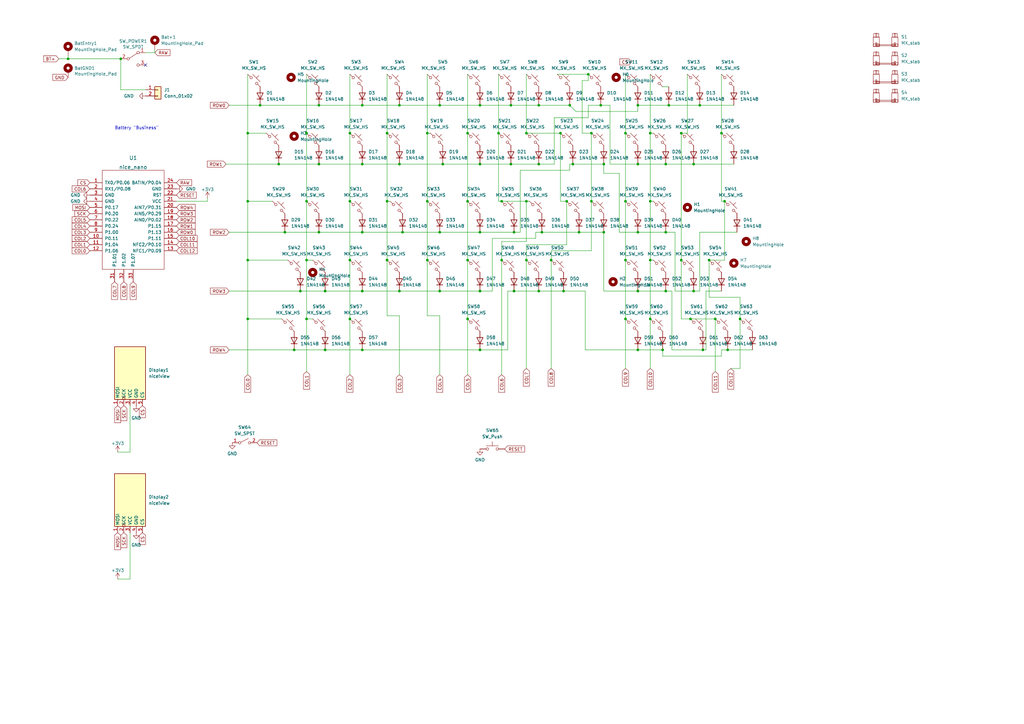
<source format=kicad_sch>
(kicad_sch (version 20211123) (generator eeschema)
  (paper "A3")
  (junction (at 234.95 67.31))
  (junction (at 196.85 119.38))
  (junction (at 158.75 106.68))
  (junction (at 284.48 119.38))
  (junction (at 148.59 119.38))
  (junction (at 266.7 54.61))
  (junction (at 293.37 130.81))
  (junction (at 297.18 82.55))
  (junction (at 215.9 82.55))
  (junction (at 210.82 95.25))
  (junction (at 271.78 143.51))
  (junction (at 256.54 130.81))
  (junction (at 130.81 43.18))
  (junction (at 196.85 95.25))
  (junction (at 209.55 43.18))
  (junction (at 191.77 130.81))
  (junction (at 101.6 130.81))
  (junction (at 148.59 43.18))
  (junction (at 283.21 130.81))
  (junction (at 261.62 119.38))
  (junction (at 290.83 106.68))
  (junction (at 191.77 106.68))
  (junction (at 229.87 54.61))
  (junction (at 261.62 67.31))
  (junction (at 215.9 54.61))
  (junction (at 226.06 106.68))
  (junction (at 241.3 30.48))
  (junction (at 215.9 106.68))
  (junction (at 233.68 43.18))
  (junction (at 125.73 82.55))
  (junction (at 273.05 67.31))
  (junction (at 284.48 67.31))
  (junction (at 256.54 82.55))
  (junction (at 163.83 43.18))
  (junction (at 148.59 95.25))
  (junction (at 209.55 67.31))
  (junction (at 101.6 106.68))
  (junction (at 125.73 130.81))
  (junction (at 27.94 24.13))
  (junction (at 130.81 95.25))
  (junction (at 295.91 54.61))
  (junction (at 247.65 67.31))
  (junction (at 180.34 43.18))
  (junction (at 175.26 54.61))
  (junction (at 191.77 82.55))
  (junction (at 210.82 119.38))
  (junction (at 266.7 106.68))
  (junction (at 148.59 143.51))
  (junction (at 130.81 67.31))
  (junction (at 220.98 43.18))
  (junction (at 123.19 119.38))
  (junction (at 287.02 43.18))
  (junction (at 273.05 95.25))
  (junction (at 165.1 95.25))
  (junction (at 220.98 119.38))
  (junction (at 181.61 67.31))
  (junction (at 279.4 106.68))
  (junction (at 196.85 67.31))
  (junction (at 303.53 130.81))
  (junction (at 242.57 82.55))
  (junction (at 158.75 82.55))
  (junction (at 175.26 82.55))
  (junction (at 163.83 119.38))
  (junction (at 288.29 143.51))
  (junction (at 273.05 119.38))
  (junction (at 205.74 82.55))
  (junction (at 191.77 54.61))
  (junction (at 232.41 82.55))
  (junction (at 180.34 119.38))
  (junction (at 143.51 54.61))
  (junction (at 175.26 106.68))
  (junction (at 247.65 95.25))
  (junction (at 196.85 43.18))
  (junction (at 133.35 143.51))
  (junction (at 261.62 143.51))
  (junction (at 266.7 130.81))
  (junction (at 143.51 130.81))
  (junction (at 222.25 95.25))
  (junction (at 246.38 43.18))
  (junction (at 266.7 82.55))
  (junction (at 261.62 43.18))
  (junction (at 106.68 43.18))
  (junction (at 114.3 67.31))
  (junction (at 196.85 143.51))
  (junction (at 180.34 95.25))
  (junction (at 237.49 95.25))
  (junction (at 120.65 143.51))
  (junction (at 143.51 82.55))
  (junction (at 101.6 82.55))
  (junction (at 298.45 143.51))
  (junction (at 125.73 106.68))
  (junction (at 116.84 95.25))
  (junction (at 220.98 67.31))
  (junction (at 205.74 106.68))
  (junction (at 261.62 95.25))
  (junction (at 158.75 54.61))
  (junction (at 274.32 43.18))
  (junction (at 133.35 119.38))
  (junction (at 163.83 67.31))
  (junction (at 256.54 54.61))
  (junction (at 101.6 54.61))
  (junction (at 242.57 54.61))
  (junction (at 204.47 54.61))
  (junction (at 279.4 54.61))
  (junction (at 256.54 106.68))
  (junction (at 148.59 67.31))
  (junction (at 125.73 54.61))
  (junction (at 231.14 119.38))
  (junction (at 49.53 24.13))
  (junction (at 143.51 106.68))
  (no_connect (at 59.69 26.67))
  (wire (pts (xy 143.51 82.55) (xy 143.51 106.68)))
  (wire (pts (xy 226.06 102.87) (xy 226.06 106.68)))
  (wire (pts (xy 279.4 130.81) (xy 283.21 130.81)))
  (wire (pts (xy 290.83 121.92) (xy 303.53 121.92)))
  (wire (pts (xy 215.9 100.33) (xy 215.9 106.68)))
  (wire (pts (xy 101.6 130.81) (xy 101.6 153.67)))
  (wire (pts (xy 228.6 30.48) (xy 241.3 30.48)))
  (wire (pts (xy 241.3 43.18) (xy 246.38 43.18)))
  (wire (pts (xy 208.28 143.51) (xy 208.28 119.38)))
  (wire (pts (xy 254 71.12) (xy 254 95.25)))
  (wire (pts (xy 261.62 119.38) (xy 273.05 119.38)))
  (wire (pts (xy 222.25 95.25) (xy 237.49 95.25)))
  (wire (pts (xy 256.54 82.55) (xy 256.54 106.68)))
  (wire (pts (xy 220.98 119.38) (xy 231.14 119.38)))
  (wire (pts (xy 281.94 30.48) (xy 281.94 54.61)))
  (wire (pts (xy 220.98 43.18) (xy 233.68 43.18)))
  (wire (pts (xy 256.54 30.48) (xy 256.54 54.61)))
  (wire (pts (xy 128.27 130.81) (xy 125.73 130.81)))
  (wire (pts (xy 201.93 119.38) (xy 201.93 97.79)))
  (wire (pts (xy 247.65 67.31) (xy 247.65 71.12)))
  (wire (pts (xy 261.62 95.25) (xy 273.05 95.25)))
  (wire (pts (xy 208.28 119.38) (xy 210.82 119.38)))
  (wire (pts (xy 180.34 119.38) (xy 196.85 119.38)))
  (wire (pts (xy 163.83 67.31) (xy 181.61 67.31)))
  (wire (pts (xy 116.84 95.25) (xy 130.81 95.25)))
  (wire (pts (xy 220.98 67.31) (xy 209.55 67.31)))
  (wire (pts (xy 215.9 30.48) (xy 215.9 54.61)))
  (wire (pts (xy 298.45 143.51) (xy 308.61 143.51)))
  (wire (pts (xy 238.76 54.61) (xy 242.57 54.61)))
  (wire (pts (xy 133.35 143.51) (xy 148.59 143.51)))
  (wire (pts (xy 237.49 95.25) (xy 247.65 95.25)))
  (wire (pts (xy 217.17 82.55) (xy 215.9 82.55)))
  (wire (pts (xy 148.59 143.51) (xy 196.85 143.51)))
  (wire (pts (xy 213.36 95.25) (xy 213.36 69.85)))
  (wire (pts (xy 191.77 82.55) (xy 191.77 106.68)))
  (wire (pts (xy 27.94 24.13) (xy 27.94 22.86)))
  (wire (pts (xy 275.59 119.38) (xy 275.59 143.51)))
  (wire (pts (xy 92.71 67.31) (xy 114.3 67.31)))
  (wire (pts (xy 191.77 54.61) (xy 191.77 82.55)))
  (wire (pts (xy 227.33 67.31) (xy 227.33 48.26)))
  (wire (pts (xy 210.82 119.38) (xy 220.98 119.38)))
  (wire (pts (xy 106.68 43.18) (xy 93.98 43.18)))
  (wire (pts (xy 63.5 21.59) (xy 63.5 20.32)))
  (wire (pts (xy 241.3 30.48) (xy 241.3 33.02)))
  (wire (pts (xy 290.83 106.68) (xy 290.83 121.92)))
  (wire (pts (xy 266.7 54.61) (xy 267.97 54.61)))
  (wire (pts (xy 219.71 95.25) (xy 222.25 95.25)))
  (wire (pts (xy 295.91 82.55) (xy 297.18 82.55)))
  (wire (pts (xy 295.91 146.05) (xy 295.91 143.51)))
  (wire (pts (xy 215.9 99.06) (xy 205.74 99.06)))
  (wire (pts (xy 133.35 119.38) (xy 148.59 119.38)))
  (wire (pts (xy 240.03 119.38) (xy 240.03 143.51)))
  (wire (pts (xy 120.65 143.51) (xy 133.35 143.51)))
  (wire (pts (xy 246.38 43.18) (xy 250.19 43.18)))
  (wire (pts (xy 191.77 106.68) (xy 191.77 130.81)))
  (wire (pts (xy 143.51 130.81) (xy 143.51 106.68)))
  (wire (pts (xy 279.4 106.68) (xy 279.4 130.81)))
  (wire (pts (xy 180.34 43.18) (xy 196.85 43.18)))
  (wire (pts (xy 238.76 33.02) (xy 238.76 54.61)))
  (wire (pts (xy 241.3 33.02) (xy 238.76 33.02)))
  (wire (pts (xy 232.41 82.55) (xy 232.41 100.33)))
  (wire (pts (xy 93.98 95.25) (xy 116.84 95.25)))
  (wire (pts (xy 276.86 119.38) (xy 284.48 119.38)))
  (wire (pts (xy 261.62 67.31) (xy 273.05 67.31)))
  (wire (pts (xy 160.02 82.55) (xy 158.75 82.55)))
  (wire (pts (xy 158.75 82.55) (xy 158.75 106.68)))
  (wire (pts (xy 261.62 143.51) (xy 271.78 143.51)))
  (wire (pts (xy 175.26 54.61) (xy 176.53 54.61)))
  (wire (pts (xy 303.53 121.92) (xy 303.53 130.81)))
  (wire (pts (xy 303.53 130.81) (xy 303.53 151.13)))
  (wire (pts (xy 204.47 30.48) (xy 204.47 54.61)))
  (wire (pts (xy 271.78 146.05) (xy 295.91 146.05)))
  (wire (pts (xy 53.34 218.44) (xy 53.34 237.49)))
  (wire (pts (xy 130.81 95.25) (xy 148.59 95.25)))
  (polyline (pts (xy -13.97 19.05) (xy -13.97 49.53)))
  (wire (pts (xy 287.02 95.25) (xy 302.26 95.25)))
  (wire (pts (xy 215.9 54.61) (xy 229.87 54.61)))
  (wire (pts (xy 93.98 119.38) (xy 123.19 119.38)))
  (wire (pts (xy 163.83 129.54) (xy 163.83 153.67)))
  (wire (pts (xy 101.6 82.55) (xy 111.76 82.55)))
  (wire (pts (xy 241.3 48.26) (xy 241.3 43.18)))
  (wire (pts (xy 215.9 106.68) (xy 215.9 151.13)))
  (wire (pts (xy 158.75 106.68) (xy 158.75 129.54)))
  (wire (pts (xy 204.47 54.61) (xy 204.47 82.55)))
  (wire (pts (xy 148.59 119.38) (xy 163.83 119.38)))
  (wire (pts (xy 163.83 43.18) (xy 180.34 43.18)))
  (wire (pts (xy 281.94 54.61) (xy 279.4 54.61)))
  (wire (pts (xy 284.48 119.38) (xy 287.02 119.38)))
  (wire (pts (xy 143.51 130.81) (xy 143.51 153.67)))
  (polyline (pts (xy -13.97 49.53) (xy -66.04 49.53)))
  (wire (pts (xy 196.85 95.25) (xy 210.82 95.25)))
  (wire (pts (xy 266.7 82.55) (xy 266.7 106.68)))
  (wire (pts (xy 289.56 143.51) (xy 289.56 119.38)))
  (wire (pts (xy 233.68 69.85) (xy 233.68 67.31)))
  (wire (pts (xy 295.91 30.48) (xy 295.91 54.61)))
  (wire (pts (xy 101.6 30.48) (xy 101.6 54.61)))
  (wire (pts (xy 295.91 54.61) (xy 295.91 82.55)))
  (wire (pts (xy 148.59 95.25) (xy 165.1 95.25)))
  (wire (pts (xy 165.1 95.25) (xy 180.34 95.25)))
  (wire (pts (xy 181.61 67.31) (xy 196.85 67.31)))
  (polyline (pts (xy -66.04 19.05) (xy -13.97 19.05)))
  (wire (pts (xy 101.6 106.68) (xy 118.11 106.68)))
  (wire (pts (xy 242.57 82.55) (xy 242.57 102.87)))
  (wire (pts (xy 123.19 119.38) (xy 133.35 119.38)))
  (wire (pts (xy 125.73 130.81) (xy 125.73 106.68)))
  (wire (pts (xy 101.6 106.68) (xy 101.6 130.81)))
  (wire (pts (xy 256.54 130.81) (xy 256.54 151.13)))
  (wire (pts (xy 143.51 54.61) (xy 143.51 30.48)))
  (wire (pts (xy 53.34 166.37) (xy 53.34 185.42)))
  (wire (pts (xy 163.83 119.38) (xy 180.34 119.38)))
  (wire (pts (xy 273.05 119.38) (xy 275.59 119.38)))
  (wire (pts (xy 266.7 30.48) (xy 266.7 54.61)))
  (wire (pts (xy 261.62 43.18) (xy 274.32 43.18)))
  (wire (pts (xy 284.48 67.31) (xy 300.99 67.31)))
  (wire (pts (xy 93.98 143.51) (xy 120.65 143.51)))
  (wire (pts (xy 204.47 82.55) (xy 205.74 82.55)))
  (wire (pts (xy 180.34 95.25) (xy 196.85 95.25)))
  (wire (pts (xy 250.19 43.18) (xy 250.19 67.31)))
  (wire (pts (xy 227.33 48.26) (xy 241.3 48.26)))
  (wire (pts (xy 215.9 100.33) (xy 232.41 100.33)))
  (wire (pts (xy 175.26 106.68) (xy 175.26 129.54)))
  (wire (pts (xy 106.68 43.18) (xy 130.81 43.18)))
  (wire (pts (xy 143.51 54.61) (xy 143.51 82.55)))
  (wire (pts (xy 213.36 69.85) (xy 233.68 69.85)))
  (wire (pts (xy 59.69 36.83) (xy 49.53 36.83)))
  (wire (pts (xy 130.81 67.31) (xy 148.59 67.31)))
  (wire (pts (xy 303.53 151.13) (xy 299.72 151.13)))
  (wire (pts (xy 175.26 129.54) (xy 180.34 129.54)))
  (wire (pts (xy 53.34 185.42) (xy 48.26 185.42)))
  (wire (pts (xy 148.59 67.31) (xy 163.83 67.31)))
  (wire (pts (xy 266.7 54.61) (xy 266.7 82.55)))
  (wire (pts (xy 101.6 54.61) (xy 101.6 82.55)))
  (wire (pts (xy 295.91 143.51) (xy 298.45 143.51)))
  (wire (pts (xy 175.26 106.68) (xy 175.26 82.55)))
  (wire (pts (xy 261.62 45.72) (xy 261.62 43.18)))
  (wire (pts (xy 297.18 106.68) (xy 290.83 106.68)))
  (wire (pts (xy 191.77 130.81) (xy 191.77 153.67)))
  (wire (pts (xy 297.18 82.55) (xy 297.18 106.68)))
  (wire (pts (xy 256.54 106.68) (xy 256.54 130.81)))
  (wire (pts (xy 300.99 43.18) (xy 287.02 43.18)))
  (wire (pts (xy 283.21 130.81) (xy 293.37 130.81)))
  (wire (pts (xy 85.09 82.55) (xy 85.09 81.28)))
  (wire (pts (xy 209.55 43.18) (xy 220.98 43.18)))
  (wire (pts (xy 196.85 143.51) (xy 208.28 143.51)))
  (wire (pts (xy 158.75 129.54) (xy 163.83 129.54)))
  (wire (pts (xy 242.57 102.87) (xy 226.06 102.87)))
  (wire (pts (xy 233.68 67.31) (xy 234.95 67.31)))
  (wire (pts (xy 266.7 106.68) (xy 267.97 106.68)))
  (wire (pts (xy 125.73 106.68) (xy 128.27 106.68)))
  (wire (pts (xy 201.93 97.79) (xy 219.71 97.79)))
  (wire (pts (xy 275.59 143.51) (xy 288.29 143.51)))
  (wire (pts (xy 226.06 106.68) (xy 226.06 151.13)))
  (wire (pts (xy 256.54 54.61) (xy 256.54 82.55)))
  (wire (pts (xy 219.71 97.79) (xy 219.71 95.25)))
  (wire (pts (xy 72.39 82.55) (xy 85.09 82.55)))
  (wire (pts (xy 114.3 67.31) (xy 130.81 67.31)))
  (wire (pts (xy 279.4 54.61) (xy 279.4 106.68)))
  (wire (pts (xy 59.69 21.59) (xy 63.5 21.59)))
  (wire (pts (xy 101.6 54.61) (xy 109.22 54.61)))
  (wire (pts (xy 158.75 30.48) (xy 158.75 54.61)))
  (wire (pts (xy 205.74 106.68) (xy 205.74 153.67)))
  (wire (pts (xy 287.02 119.38) (xy 287.02 95.25)))
  (wire (pts (xy 130.81 43.18) (xy 148.59 43.18)))
  (wire (pts (xy 163.83 43.18) (xy 148.59 43.18)))
  (wire (pts (xy 266.7 106.68) (xy 266.7 130.81)))
  (wire (pts (xy 254 95.25) (xy 261.62 95.25)))
  (wire (pts (xy 293.37 130.81) (xy 293.37 152.4)))
  (wire (pts (xy 210.82 95.25) (xy 213.36 95.25)))
  (wire (pts (xy 234.95 67.31) (xy 247.65 67.31)))
  (wire (pts (xy 247.65 119.38) (xy 261.62 119.38)))
  (wire (pts (xy 231.14 119.38) (xy 240.03 119.38)))
  (wire (pts (xy 289.56 119.38) (xy 295.91 119.38)))
  (wire (pts (xy 53.34 237.49) (xy 48.26 237.49)))
  (wire (pts (xy 158.75 54.61) (xy 158.75 82.55)))
  (wire (pts (xy 180.34 129.54) (xy 180.34 153.67)))
  (wire (pts (xy 215.9 82.55) (xy 215.9 99.06)))
  (wire (pts (xy 196.85 67.31) (xy 209.55 67.31)))
  (wire (pts (xy 24.13 24.13) (xy 27.94 24.13)))
  (wire (pts (xy 250.19 67.31) (xy 261.62 67.31)))
  (wire (pts (xy 205.74 82.55) (xy 215.9 82.55)))
  (wire (pts (xy 101.6 130.81) (xy 115.57 130.81)))
  (wire (pts (xy 266.7 82.55) (xy 267.97 82.55)))
  (wire (pts (xy 247.65 71.12) (xy 254 71.12)))
  (wire (pts (xy 101.6 82.55) (xy 101.6 106.68)))
  (wire (pts (xy 49.53 36.83) (xy 49.53 24.13)))
  (wire (pts (xy 125.73 30.48) (xy 125.73 54.61)))
  (wire (pts (xy 233.68 43.18) (xy 236.22 45.72)))
  (wire (pts (xy 220.98 67.31) (xy 227.33 67.31)))
  (wire (pts (xy 209.55 43.18) (xy 196.85 43.18)))
  (wire (pts (xy 276.86 95.25) (xy 276.86 119.38)))
  (wire (pts (xy 274.32 35.56) (xy 271.78 35.56)))
  (wire (pts (xy 273.05 95.25) (xy 276.86 95.25)))
  (wire (pts (xy 229.87 82.55) (xy 232.41 82.55)))
  (wire (pts (xy 247.65 95.25) (xy 247.65 119.38)))
  (wire (pts (xy 175.26 30.48) (xy 175.26 54.61)))
  (wire (pts (xy 271.78 143.51) (xy 271.78 146.05)))
  (wire (pts (xy 229.87 54.61) (xy 229.87 82.55)))
  (wire (pts (xy 236.22 45.72) (xy 261.62 45.72)))
  (wire (pts (xy 191.77 30.48) (xy 191.77 54.61)))
  (wire (pts (xy 175.26 54.61) (xy 175.26 82.55)))
  (wire (pts (xy 240.03 143.51) (xy 261.62 143.51)))
  (wire (pts (xy 288.29 143.51) (xy 289.56 143.51)))
  (wire (pts (xy 242.57 54.61) (xy 242.57 82.55)))
  (wire (pts (xy 125.73 130.81) (xy 125.73 152.4)))
  (wire (pts (xy 205.74 99.06) (xy 205.74 106.68)))
  (wire (pts (xy 196.85 119.38) (xy 201.93 119.38)))
  (wire (pts (xy 273.05 67.31) (xy 284.48 67.31)))
  (wire (pts (xy 125.73 54.61) (xy 125.73 82.55)))
  (wire (pts (xy 27.94 24.13) (xy 49.53 24.13)))
  (wire (pts (xy 125.73 82.55) (xy 125.73 106.68)))
  (wire (pts (xy 274.32 43.18) (xy 287.02 43.18)))
  (wire (pts (xy 266.7 151.13) (xy 266.7 130.81)))
  (polyline (pts (xy -66.04 19.05) (xy -66.04 49.53)))
  (text "Battery \"Business\"" (at 46.99 53.34 0) (effects (font (size 1.27 1.27)) (justify left bottom)))
  (global_label "COL10" (shape input) (at 72.39 97.79 0) (property "Intersheet References" "${INTERSHEET_REFS}" (effects hide)))
  (global_label "ROW3" (shape input) (at 72.39 87.63 0) (property "Intersheet References" "${INTERSHEET_REFS}" (effects hide)))
  (global_label "COL2" (shape input) (at 36.83 97.79 180) (property "Intersheet References" "${INTERSHEET_REFS}" (effects hide)))
  (global_label "RESET" (shape input) (at 72.39 80.01 0) (property "Intersheet References" "${INTERSHEET_REFS}" (effects hide)))
  (global_label "COL11" (shape input) (at 72.39 100.33 0) (property "Intersheet References" "${INTERSHEET_REFS}" (effects hide)))
  (global_label "COL5" (shape input) (at 191.77 153.67 270) (property "Intersheet References" "${INTERSHEET_REFS}" (effects hide)))
  (global_label "RESET" (shape input) (at 105.41 181.61 0) (property "Intersheet References" "${INTERSHEET_REFS}" (effects hide)))
  (global_label "COL10" (shape input) (at 266.7 151.13 270) (property "Intersheet References" "${INTERSHEET_REFS}" (effects hide)))
  (global_label "COL3" (shape input) (at 163.83 153.67 270) (property "Intersheet References" "${INTERSHEET_REFS}" (effects hide)))
  (global_label "ROW0" (shape input) (at 72.39 95.25 0) (property "Intersheet References" "${INTERSHEET_REFS}" (effects hide)))
  (global_label "COL1" (shape input) (at 125.73 152.4 270) (property "Intersheet References" "${INTERSHEET_REFS}" (effects hide)))
  (global_label "GND" (shape input) (at 27.94 31.75 180) (property "Intersheet References" "${INTERSHEET_REFS}" (effects hide)))
  (global_label "COL6" (shape input) (at 36.83 77.47 180) (property "Intersheet References" "${INTERSHEET_REFS}" (effects hide)))
  (global_label "COL3" (shape input) (at 36.83 95.25 180) (property "Intersheet References" "${INTERSHEET_REFS}" (effects hide)))
  (global_label "MOSI" (shape input) (at 48.26 166.37 270) (property "Intersheet References" "${INTERSHEET_REFS}" (effects hide)))
  (global_label "COL12" (shape input) (at 299.72 151.13 270) (property "Intersheet References" "${INTERSHEET_REFS}" (effects hide)))
  (global_label "COL9" (shape input) (at 256.54 151.13 270) (property "Intersheet References" "${INTERSHEET_REFS}" (effects hide)))
  (global_label "COL8" (shape input) (at 226.06 151.13 270) (property "Intersheet References" "${INTERSHEET_REFS}" (effects hide)))
  (global_label "COL1" (shape input) (at 36.83 100.33 180) (property "Intersheet References" "${INTERSHEET_REFS}" (effects hide)))
  (global_label "CS" (shape input) (at 36.83 74.93 180) (property "Intersheet References" "${INTERSHEET_REFS}" (effects hide)))
  (global_label "COL5" (shape input) (at 36.83 90.17 180) (property "Intersheet References" "${INTERSHEET_REFS}" (effects hide)))
  (global_label "RESET" (shape input) (at 207.01 184.15 0) (property "Intersheet References" "${INTERSHEET_REFS}" (effects hide)))
  (global_label "COL7" (shape input) (at 46.99 115.57 270) (property "Intersheet References" "${INTERSHEET_REFS}" (effects hide)))
  (global_label "ROW4" (shape input) (at 72.39 85.09 0) (property "Intersheet References" "${INTERSHEET_REFS}" (effects hide)))
  (global_label "COL2" (shape input) (at 143.51 153.67 270) (property "Intersheet References" "${INTERSHEET_REFS}" (effects hide)))
  (global_label "MOSI" (shape input) (at 48.26 218.44 270) (property "Intersheet References" "${INTERSHEET_REFS}" (effects hide)))
  (global_label "COL8" (shape input) (at 50.8 115.57 270) (property "Intersheet References" "${INTERSHEET_REFS}" (effects hide)))
  (global_label "MOSI" (shape input) (at 36.83 85.09 180) (property "Intersheet References" "${INTERSHEET_REFS}" (effects hide)))
  (global_label "ROW1" (shape input) (at 92.71 67.31 180) (property "Intersheet References" "${INTERSHEET_REFS}" (effects hide)))
  (global_label "COL0" (shape input) (at 101.6 153.67 270) (property "Intersheet References" "${INTERSHEET_REFS}" (effects hide)))
  (global_label "COL0" (shape input) (at 36.83 102.87 180) (property "Intersheet References" "${INTERSHEET_REFS}" (effects hide)))
  (global_label "RAW" (shape input) (at 72.39 74.93 0) (property "Intersheet References" "${INTERSHEET_REFS}" (effects hide)))
  (global_label "SCK" (shape input) (at 36.83 87.63 180) (property "Intersheet References" "${INTERSHEET_REFS}" (effects hide)))
  (global_label "SCK" (shape input) (at 50.8 166.37 270) (property "Intersheet References" "${INTERSHEET_REFS}" (effects hide)))
  (global_label "COL6" (shape input) (at 205.74 153.67 270) (property "Intersheet References" "${INTERSHEET_REFS}" (effects hide)))
  (global_label "COL7" (shape input) (at 215.9 151.13 270) (property "Intersheet References" "${INTERSHEET_REFS}" (effects hide)))
  (global_label "ROW1" (shape input) (at 72.39 92.71 0) (property "Intersheet References" "${INTERSHEET_REFS}" (effects hide)))
  (global_label "ROW4" (shape input) (at 93.98 143.51 180) (property "Intersheet References" "${INTERSHEET_REFS}" (effects hide)))
  (global_label "BT+" (shape input) (at 24.13 24.13 180) (property "Intersheet References" "${INTERSHEET_REFS}" (effects hide)))
  (global_label "CS" (shape input) (at 259.08 25.4 180) (property "Intersheet References" "${INTERSHEET_REFS}" (effects hide)))
  (global_label "COL9" (shape input) (at 54.61 115.57 270) (property "Intersheet References" "${INTERSHEET_REFS}" (effects hide)))
  (global_label "RAW" (shape input) (at 63.5 21.59 0) (property "Intersheet References" "${INTERSHEET_REFS}" (effects hide)))
  (global_label "COL12" (shape input) (at 72.39 102.87 0) (property "Intersheet References" "${INTERSHEET_REFS}" (effects hide)))
  (global_label "CS" (shape input) (at 58.42 166.37 270) (property "Intersheet References" "${INTERSHEET_REFS}" (effects hide)))
  (global_label "SCK" (shape input) (at 50.8 218.44 270) (property "Intersheet References" "${INTERSHEET_REFS}" (effects hide)))
  (global_label "ROW2" (shape input) (at 72.39 90.17 0) (property "Intersheet References" "${INTERSHEET_REFS}" (effects hide)))
  (global_label "ROW0" (shape input) (at 93.98 43.18 180) (property "Intersheet References" "${INTERSHEET_REFS}" (effects hide)))
  (global_label "COL4" (shape input) (at 36.83 92.71 180) (property "Intersheet References" "${INTERSHEET_REFS}" (effects hide)))
  (global_label "COL4" (shape input) (at 180.34 153.67 270) (property "Intersheet References" "${INTERSHEET_REFS}" (effects hide)))
  (global_label "ROW2" (shape input) (at 93.98 95.25 180) (property "Intersheet References" "${INTERSHEET_REFS}" (effects hide)))
  (global_label "CS" (shape input) (at 58.42 218.44 270) (property "Intersheet References" "${INTERSHEET_REFS}" (effects hide)))
  (global_label "COL11" (shape input) (at 293.37 152.4 270) (property "Intersheet References" "${INTERSHEET_REFS}" (effects hide)))
  (global_label "ROW3" (shape input) (at 93.98 119.38 180) (property "Intersheet References" "${INTERSHEET_REFS}" (effects hide)))
  (symbol (lib_id "Diode:1N4148") (at 295.91 115.57 90) (unit 1)
    (property "Reference" "D54" (at 298.45 114.2999 90) (effects (justify right)))
    (property "Value" "1N4148" (at 298.45 116.8399 90) (effects (justify right)))
    (property "Footprint" "Diode_THT:D_DO-35_SOD27_P7.62mm_Horizontal" (effects hide))
    (property "Datasheet" "https://assets.nexperia.com/documents/data-sheet/1N4148_1N4448.pdf" (effects hide))
  )
  (symbol (lib_id "marbastlib-mx:MX_SW_HS") (at 281.94 109.22 0) (unit 1)
    (property "Reference" "SW53" (at 281.94 101.6 0))
    (property "Value" "MX_SW_HS" (at 281.94 104.14 0))
    (property "Footprint" "marbastlib-mx:SW_MX_HS_1.75u" (effects hide))
  )
  (symbol (lib_id "Diode:1N4148") (at 114.3 63.5 90) (unit 1)
    (property "Reference" "D15" (at 120.65 62.2299 90) (effects (justify right)))
    (property "Value" "1N4148" (at 120.65 64.7699 90) (effects (justify right)))
    (property "Footprint" "Diode_THT:D_DO-35_SOD27_P7.62mm_Horizontal" (effects hide))
    (property "Datasheet" "https://assets.nexperia.com/documents/data-sheet/1N4148_1N4448.pdf" (effects hide))
  )
  (symbol (lib_id "nice!view:nice!view") (at 53.34 205.74 0) (unit 1)
    (property "Reference" "Display2" (at 60.96 203.8349 0) (effects (justify left)))
    (property "Value" "nice!view" (at 60.96 206.3749 0) (effects (justify left)))
    (property "Footprint" "niceview:nice_view" (effects hide))
    (property "Datasheet" "https://nicekeyboards.com/docs/nice-view/pinout-schematic" (effects hide))
  )
  (symbol (lib_id "Switch:SW_SPST") (at 100.33 181.61 0) (unit 1)
    (property "Reference" "SW64" (at 100.33 175.26 0))
    (property "Value" "SW_SPST" (at 100.33 177.8 0))
    (property "Footprint" "Button_Switch_THT:SW_PUSH_6mm" (effects hide))
  )
  (symbol (lib_id "marbastlib-mx:MX_SW_HS") (at 270.51 57.15 0) (unit 1)
    (property "Reference" "SW26" (at 270.51 49.53 0))
    (property "Value" "MX_SW_HS" (at 270.51 52.07 0))
    (property "Footprint" "marbastlib-mx:SW_MX_HS_1u" (effects hide))
  )
  (symbol (lib_id "marbastlib-mx:MX_SW_HS") (at 104.14 33.02 0) (unit 1)
    (property "Reference" "SW1" (at 104.14 25.4 0))
    (property "Value" "MX_SW_HS" (at 104.14 27.94 0))
    (property "Footprint" "marbastlib-mx:SW_MX_HS_1u" (effects hide))
  )
  (symbol (lib_id "marbastlib-mx:MX_SW_HS") (at 128.27 33.02 0) (unit 1)
    (property "Reference" "SW2" (at 128.27 25.4 0))
    (property "Value" "MX_SW_HS" (at 128.27 27.94 0))
    (property "Footprint" "marbastlib-mx:SW_MX_HS_1u" (effects hide))
  )
  (symbol (lib_id "marbastlib-mx:MX_SW_HS") (at 269.24 33.02 0) (unit 1)
    (property "Reference" "SW12" (at 269.24 25.4 0))
    (property "Value" "MX_SW_HS" (at 269.24 27.94 0))
    (property "Footprint" "marbastlib-mx:SW_MX_HS_1u" (effects hide))
  )
  (symbol (lib_id "marbastlib-mx:MX_SW_HS") (at 281.94 57.15 0) (unit 1)
    (property "Reference" "SW27" (at 281.94 49.53 0))
    (property "Value" "MX_SW_HS" (at 281.94 52.07 0))
    (property "Footprint" "marbastlib-mx:SW_MX_HS_1u" (effects hide))
  )
  (symbol (lib_id "marbastlib-mx:MX_SW_HS") (at 177.8 33.02 0) (unit 1)
    (property "Reference" "SW5" (at 181.61 25.4 0))
    (property "Value" "MX_SW_HS" (at 177.8 27.94 0))
    (property "Footprint" "marbastlib-mx:SW_MX_HS_1u" (effects hide))
  )
  (symbol (lib_id "Diode:1N4148") (at 120.65 139.7 90) (unit 1)
    (property "Reference" "D55" (at 123.19 138.4299 90) (effects (justify right)))
    (property "Value" "1N4148" (at 123.19 140.97 90) (effects (justify right)))
    (property "Footprint" "Diode_THT:D_DO-35_SOD27_P7.62mm_Horizontal" (effects hide))
    (property "Datasheet" "https://assets.nexperia.com/documents/data-sheet/1N4148_1N4448.pdf" (effects hide))
  )
  (symbol (lib_id "power:GND") (at 36.83 80.01 270) (unit 1)
    (property "Reference" "#PWR04" (effects hide))
    (property "Value" "GND" (at 33.02 80.0099 90) (effects (justify right)))
  )
  (symbol (lib_id "marbastlib-mx:MX_SW_HS") (at 218.44 33.02 0) (unit 1)
    (property "Reference" "SW8" (at 218.44 25.4 0))
    (property "Value" "MX_SW_HS" (at 218.44 27.94 0))
    (property "Footprint" "marbastlib-mx:SW_MX_HS_1u" (effects hide))
  )
  (symbol (lib_id "Diode:1N4148") (at 220.98 115.57 90) (unit 1)
    (property "Reference" "D49" (at 223.52 114.2999 90) (effects (justify right)))
    (property "Value" "1N4148" (at 223.52 116.8399 90) (effects (justify right)))
    (property "Footprint" "Diode_THT:D_DO-35_SOD27_P7.62mm_Horizontal" (effects hide))
    (property "Datasheet" "https://assets.nexperia.com/documents/data-sheet/1N4148_1N4448.pdf" (effects hide))
  )
  (symbol (lib_id "Mechanical:MountingHole_Pad") (at 27.94 29.21 0) (unit 1)
    (property "Reference" "BatGND1" (at 30.48 27.9654 0) (effects (justify left)))
    (property "Value" "MountingHole_Pad" (at 30.48 30.2768 0) (effects (justify left)))
    (property "Footprint" "nicenan0_v2:1pin_Battery" (effects hide))
  )
  (symbol (lib_id "marbastlib-mx:MX_SW_HS") (at 120.65 109.22 0) (unit 1)
    (property "Reference" "SW42" (at 120.65 101.6 0))
    (property "Value" "MX_SW_HS" (at 120.65 104.14 0))
    (property "Footprint" "marbastlib-mx:SW_MX_HS_1u" (effects hide))
  )
  (symbol (lib_id "marbastlib-mx:MX_SW_HS") (at 177.8 85.09 0) (unit 1)
    (property "Reference" "SW33" (at 177.8 77.47 0))
    (property "Value" "MX_SW_HS" (at 177.8 80.01 0))
    (property "Footprint" "marbastlib-mx:SW_MX_HS_1u" (effects hide))
  )
  (symbol (lib_id "Diode:1N4148") (at 261.62 139.7 90) (unit 1)
    (property "Reference" "D59" (at 264.16 138.4299 90) (effects (justify right)))
    (property "Value" "1N4148" (at 264.16 140.9699 90) (effects (justify right)))
    (property "Footprint" "Diode_THT:D_DO-35_SOD27_P7.62mm_Horizontal" (effects hide))
    (property "Datasheet" "https://assets.nexperia.com/documents/data-sheet/1N4148_1N4448.pdf" (effects hide))
  )
  (symbol (lib_id "marbastlib-mx:MX_SW_HS") (at 114.3 85.09 0) (unit 1)
    (property "Reference" "SW29" (at 114.3 77.47 0))
    (property "Value" "MX_SW_HS" (at 114.3 80.01 0))
    (property "Footprint" "marbastlib-mx:SW_MX_HS_1.75u" (effects hide))
  )
  (symbol (lib_id "Diode:1N4148") (at 261.62 39.37 90) (unit 1)
    (property "Reference" "D11" (at 264.16 38.0999 90) (effects (justify right)))
    (property "Value" "1N4148" (at 264.16 40.6399 90) (effects (justify right)))
    (property "Footprint" "Diode_THT:D_DO-35_SOD27_P7.62mm_Horizontal" (effects hide))
    (property "Datasheet" "https://assets.nexperia.com/documents/data-sheet/1N4148_1N4448.pdf" (effects hide))
  )
  (symbol (lib_id "Diode:1N4148") (at 261.62 63.5 90) (unit 1)
    (property "Reference" "D25" (at 264.16 62.2299 90) (effects (justify right)))
    (property "Value" "1N4148" (at 264.16 64.7699 90) (effects (justify right)))
    (property "Footprint" "Diode_THT:D_DO-35_SOD27_P7.62mm_Horizontal" (effects hide))
    (property "Datasheet" "https://assets.nexperia.com/documents/data-sheet/1N4148_1N4448.pdf" (effects hide))
  )
  (symbol (lib_id "marbastlib-mx:MX_SW_HS") (at 259.08 133.35 0) (unit 1)
    (property "Reference" "SW59" (at 259.08 125.73 0))
    (property "Value" "MX_SW_HS" (at 259.08 128.27 0))
    (property "Footprint" "marbastlib-mx:SW_MX_HS_1.25u" (effects hide))
  )
  (symbol (lib_id "marbastlib-mx:MX_stab") (at 363.22 39.37 0) (unit 1)
    (property "Reference" "S4" (at 369.57 37.9729 0) (effects (justify left)))
    (property "Value" "MX_stab" (at 369.57 40.5129 0) (effects (justify left)))
    (property "Footprint" "marbastlib-mx:STAB_MX_P_6.25u" (effects hide))
  )
  (symbol (lib_id "Diode:1N4148") (at 130.81 39.37 90) (unit 1)
    (property "Reference" "D2" (at 133.35 38.0999 90) (effects (justify right)))
    (property "Value" "1N4148" (at 133.35 40.64 90) (effects (justify right)))
    (property "Footprint" "Diode_THT:D_DO-35_SOD27_P7.62mm_Horizontal" (effects hide))
    (property "Datasheet" "https://assets.nexperia.com/documents/data-sheet/1N4148_1N4448.pdf" (effects hide))
  )
  (symbol (lib_id "marbastlib-mx:MX_SW_HS") (at 208.28 85.09 0) (unit 1)
    (property "Reference" "SW35" (at 208.28 77.47 0))
    (property "Value" "MX_SW_HS" (at 208.28 80.01 0))
    (property "Footprint" "marbastlib-mx:SW_MX_HS_1u" (effects hide))
  )
  (symbol (lib_id "Diode:1N4148") (at 148.59 91.44 90) (unit 1)
    (property "Reference" "D31" (at 151.13 90.1699 90) (effects (justify right)))
    (property "Value" "1N4148" (at 151.13 92.7099 90) (effects (justify right)))
    (property "Footprint" "Diode_THT:D_DO-35_SOD27_P7.62mm_Horizontal" (effects hide))
    (property "Datasheet" "https://assets.nexperia.com/documents/data-sheet/1N4148_1N4448.pdf" (effects hide))
  )
  (symbol (lib_id "marbastlib-mx:MX_SW_HS") (at 228.6 109.22 0) (unit 1)
    (property "Reference" "SW50" (at 228.6 101.6 0))
    (property "Value" "MX_SW_HS" (at 228.6 104.14 0))
    (property "Footprint" "marbastlib-mx:SW_MX_HS_1u" (effects hide))
  )
  (symbol (lib_id "Mechanical:MountingHole_Pad") (at 63.5 17.78 0) (unit 1)
    (property "Reference" "Bat+1" (at 66.04 15.2399 0) (effects (justify left)))
    (property "Value" "MountingHole_Pad" (at 66.04 17.7799 0) (effects (justify left)))
    (property "Footprint" "nicenan0_v2:1pin_Battery" (effects hide))
  )
  (symbol (lib_id "marbastlib-mx:MX_SW_HS") (at 146.05 109.22 0) (unit 1)
    (property "Reference" "SW44" (at 146.05 101.6 0))
    (property "Value" "MX_SW_HS" (at 146.05 104.14 0))
    (property "Footprint" "marbastlib-mx:SW_MX_HS_1u" (effects hide))
  )
  (symbol (lib_id "power:GND") (at 55.88 218.44 0) (unit 1)
    (property "Reference" "#PWR0103" (effects hide))
    (property "Value" "GND" (at 55.88 223.52 0))
  )
  (symbol (lib_id "Mechanical:MountingHole") (at 300.99 107.95 0) (unit 1)
    (property "Reference" "H7" (at 303.53 106.6799 0) (effects (justify left)))
    (property "Value" "MountingHole" (at 303.53 109.2199 0) (effects (justify left)))
    (property "Footprint" "MountingHole:MountingHole_2.2mm_M2_Pad_Via" (effects hide))
  )
  (symbol (lib_id "marbastlib-mx:MX_SW_HS") (at 146.05 133.35 0) (unit 1)
    (property "Reference" "SW57" (at 146.05 125.73 0))
    (property "Value" "MX_SW_HS" (at 146.05 128.27 0))
    (property "Footprint" "marbastlib-mx:SW_MX_HS_1.25u" (effects hide))
  )
  (symbol (lib_id "Diode:1N4148") (at 148.59 39.37 90) (unit 1)
    (property "Reference" "D3" (at 151.13 38.0999 90) (effects (justify right)))
    (property "Value" "1N4148" (at 151.13 40.6399 90) (effects (justify right)))
    (property "Footprint" "Diode_THT:D_DO-35_SOD27_P7.62mm_Horizontal" (effects hide))
    (property "Datasheet" "https://assets.nexperia.com/documents/data-sheet/1N4148_1N4448.pdf" (effects hide))
  )
  (symbol (lib_id "Diode:1N4148") (at 220.98 39.37 90) (unit 1)
    (property "Reference" "D8" (at 223.52 38.0999 90) (effects (justify right)))
    (property "Value" "1N4148" (at 223.52 40.6399 90) (effects (justify right)))
    (property "Footprint" "Diode_THT:D_DO-35_SOD27_P7.62mm_Horizontal" (effects hide))
    (property "Datasheet" "https://assets.nexperia.com/documents/data-sheet/1N4148_1N4448.pdf" (effects hide))
  )
  (symbol (lib_id "marbastlib-mx:MX_SW_HS") (at 130.81 133.35 0) (unit 1)
    (property "Reference" "SW56" (at 130.81 125.73 0))
    (property "Value" "MX_SW_HS" (at 130.81 128.27 0))
    (property "Footprint" "marbastlib-mx:SW_MX_HS_1.25u" (effects hide))
  )
  (symbol (lib_id "marbastlib-mx:MX_SW_HS") (at 298.45 57.15 0) (unit 1)
    (property "Reference" "SW28" (at 298.45 49.53 0))
    (property "Value" "MX_SW_HS" (at 298.45 52.07 0))
    (property "Footprint" "marbastlib-mx:SW_MX_HS_1.5u" (effects hide))
  )
  (symbol (lib_id "marbastlib-mx:MX_stab") (at 363.22 16.51 0) (unit 1)
    (property "Reference" "S1" (at 369.57 15.1129 0) (effects (justify left)))
    (property "Value" "MX_stab" (at 369.57 17.6529 0) (effects (justify left)))
    (property "Footprint" "marbastlib-mx:STAB_MX_P_2u" (effects hide))
  )
  (symbol (lib_id "marbastlib-mx:MX_SW_HS") (at 299.72 85.09 0) (unit 1)
    (property "Reference" "SW41" (at 299.72 77.47 0))
    (property "Value" "MX_SW_HS" (at 299.72 80.01 0))
    (property "Footprint" "marbastlib-mx:SW_MX_HS_1u" (effects hide))
  )
  (symbol (lib_id "Diode:1N4148") (at 231.14 115.57 90) (unit 1)
    (property "Reference" "D50" (at 233.68 114.2999 90) (effects (justify right)))
    (property "Value" "1N4148" (at 233.68 116.8399 90) (effects (justify right)))
    (property "Footprint" "Diode_THT:D_DO-35_SOD27_P7.62mm_Horizontal" (effects hide))
    (property "Datasheet" "https://assets.nexperia.com/documents/data-sheet/1N4148_1N4448.pdf" (effects hide))
  )
  (symbol (lib_id "marbastlib-mx:MX_stab") (at 363.22 24.13 0) (unit 1)
    (property "Reference" "S2" (at 369.57 22.7329 0) (effects (justify left)))
    (property "Value" "MX_stab" (at 369.57 25.2729 0) (effects (justify left)))
    (property "Footprint" "marbastlib-mx:STAB_MX_P_2.25u" (effects hide))
  )
  (symbol (lib_id "power:+3.3V") (at 48.26 185.42 0) (unit 1)
    (property "Reference" "#PWR012" (effects hide))
    (property "Value" "+3.3V" (at 48.26 181.8442 0))
  )
  (symbol (lib_id "marbastlib-mx:MX_SW_HS") (at 245.11 57.15 0) (unit 1)
    (property "Reference" "SW24" (at 245.11 49.53 0))
    (property "Value" "MX_SW_HS" (at 245.11 52.07 0))
    (property "Footprint" "marbastlib-mx:SW_MX_HS_1u" (effects hide))
  )
  (symbol (lib_id "power:GND") (at 72.39 77.47 90) (unit 1)
    (property "Reference" "#PWR03" (effects hide))
    (property "Value" "GND" (at 76.2 77.4699 90) (effects (justify right)))
  )
  (symbol (lib_id "marbastlib-mx:MX_SW_HS") (at 128.27 85.09 0) (unit 1)
    (property "Reference" "SW30" (at 128.27 77.47 0))
    (property "Value" "MX_SW_HS" (at 128.27 80.01 0))
    (property "Footprint" "marbastlib-mx:SW_MX_HS_1u" (effects hide))
  )
  (symbol (lib_id "Mechanical:MountingHole") (at 281.94 85.09 0) (unit 1)
    (property "Reference" "H1" (at 284.48 83.8199 0) (effects (justify left)))
    (property "Value" "MountingHole" (at 284.48 86.3599 0) (effects (justify left)))
    (property "Footprint" "MountingHole:MountingHole_2.5mm_Pad" (effects hide))
  )
  (symbol (lib_id "Diode:1N4148") (at 237.49 91.44 90) (unit 1)
    (property "Reference" "D37" (at 240.03 90.1699 90) (effects (justify right)))
    (property "Value" "1N4148" (at 240.03 92.7099 90) (effects (justify right)))
    (property "Footprint" "Diode_THT:D_DO-35_SOD27_P7.62mm_Horizontal" (effects hide))
    (property "Datasheet" "https://assets.nexperia.com/documents/data-sheet/1N4148_1N4448.pdf" (effects hide))
  )
  (symbol (lib_id "marbastlib-mx:MX_SW_HS") (at 194.31 33.02 0) (unit 1)
    (property "Reference" "SW6" (at 194.31 25.4 0))
    (property "Value" "MX_SW_HS" (at 194.31 27.94 0))
    (property "Footprint" "marbastlib-mx:SW_MX_HS_1u" (effects hide))
  )
  (symbol (lib_id "power:GND") (at 36.83 82.55 270) (unit 1)
    (property "Reference" "#PWR06" (effects hide))
    (property "Value" "GND" (at 33.02 82.5499 90) (effects (justify right)))
  )
  (symbol (lib_id "Diode:1N4148") (at 284.48 63.5 90) (unit 1)
    (property "Reference" "D27" (at 287.02 62.2299 90) (effects (justify right)))
    (property "Value" "1N4148" (at 287.02 64.7699 90) (effects (justify right)))
    (property "Footprint" "Diode_THT:D_DO-35_SOD27_P7.62mm_Horizontal" (effects hide))
    (property "Datasheet" "https://assets.nexperia.com/documents/data-sheet/1N4148_1N4448.pdf" (effects hide))
  )
  (symbol (lib_id "Mechanical:MountingHole") (at 251.46 115.57 0) (unit 1)
    (property "Reference" "H2" (at 254 114.2999 0) (effects (justify left)))
    (property "Value" "MountingHole" (at 254 116.8399 0) (effects (justify left)))
    (property "Footprint" "MountingHole:MountingHole_2.5mm_Pad" (effects hide))
  )
  (symbol (lib_id "Diode:1N4148") (at 196.85 115.57 90) (unit 1)
    (property "Reference" "D47" (at 199.39 114.2999 90) (effects (justify right)))
    (property "Value" "1N4148" (at 199.39 116.84 90) (effects (justify right)))
    (property "Footprint" "Diode_THT:D_DO-35_SOD27_P7.62mm_Horizontal" (effects hide))
    (property "Datasheet" "https://assets.nexperia.com/documents/data-sheet/1N4148_1N4448.pdf" (effects hide))
  )
  (symbol (lib_id "Diode:1N4148") (at 148.59 139.7 90) (unit 1)
    (property "Reference" "D57" (at 151.13 138.4299 90) (effects (justify right)))
    (property "Value" "1N4148" (at 151.13 140.9699 90) (effects (justify right)))
    (property "Footprint" "Diode_THT:D_DO-35_SOD27_P7.62mm_Horizontal" (effects hide))
    (property "Datasheet" "https://assets.nexperia.com/documents/data-sheet/1N4148_1N4448.pdf" (effects hide))
  )
  (symbol (lib_id "Diode:1N4148") (at 180.34 115.57 90) (unit 1)
    (property "Reference" "D46" (at 182.88 114.2999 90) (effects (justify right)))
    (property "Value" "1N4148" (at 182.88 116.84 90) (effects (justify right)))
    (property "Footprint" "Diode_THT:D_DO-35_SOD27_P7.62mm_Horizontal" (effects hide))
    (property "Datasheet" "https://assets.nexperia.com/documents/data-sheet/1N4148_1N4448.pdf" (effects hide))
  )
  (symbol (lib_id "Diode:1N4148") (at 133.35 115.57 90) (unit 1)
    (property "Reference" "D43" (at 135.89 114.3 90) (effects (justify right)))
    (property "Value" "1N4148" (at 135.89 116.84 90) (effects (justify right)))
    (property "Footprint" "Diode_THT:D_DO-35_SOD27_P7.62mm_Horizontal" (effects hide))
    (property "Datasheet" "https://assets.nexperia.com/documents/data-sheet/1N4148_1N4448.pdf" (effects hide))
  )
  (symbol (lib_id "marbastlib-mx:MX_SW_HS") (at 208.28 109.22 0) (unit 1)
    (property "Reference" "SW48" (at 208.28 101.6 0))
    (property "Value" "MX_SW_HS" (at 208.28 104.14 0))
    (property "Footprint" "marbastlib-mx:SW_MX_HS_1u" (effects hide))
  )
  (symbol (lib_id "Diode:1N4148") (at 181.61 63.5 90) (unit 1)
    (property "Reference" "D19" (at 184.15 62.23 90) (effects (justify right)))
    (property "Value" "1N4148" (at 184.15 64.77 90) (effects (justify right)))
    (property "Footprint" "Diode_THT:D_DO-35_SOD27_P7.62mm_Horizontal" (effects hide))
    (property "Datasheet" "https://assets.nexperia.com/documents/data-sheet/1N4148_1N4448.pdf" (effects hide))
  )
  (symbol (lib_id "marbastlib-mx:MX_SW_HS") (at 293.37 109.22 0) (unit 1)
    (property "Reference" "SW54" (at 293.37 101.6 0))
    (property "Value" "MX_SW_HS" (at 293.37 104.14 0))
    (property "Footprint" "marbastlib-mx:SW_MX_HS_1u" (effects hide))
  )
  (symbol (lib_id "Diode:1N4148") (at 209.55 39.37 90) (unit 1)
    (property "Reference" "D7" (at 212.09 38.0999 90) (effects (justify right)))
    (property "Value" "1N4148" (at 212.09 40.6399 90) (effects (justify right)))
    (property "Footprint" "Diode_THT:D_DO-35_SOD27_P7.62mm_Horizontal" (effects hide))
    (property "Datasheet" "https://assets.nexperia.com/documents/data-sheet/1N4148_1N4448.pdf" (effects hide))
  )
  (symbol (lib_id "Diode:1N4148") (at 302.26 91.44 90) (unit 1)
    (property "Reference" "D41" (at 304.8 90.1699 90) (effects (justify right)))
    (property "Value" "1N4148" (at 304.8 92.7099 90) (effects (justify right)))
    (property "Footprint" "Diode_THT:D_DO-35_SOD27_P7.62mm_Horizontal" (effects hide))
    (property "Datasheet" "https://assets.nexperia.com/documents/data-sheet/1N4148_1N4448.pdf" (effects hide))
  )
  (symbol (lib_id "marbastlib-mx:MX_SW_HS") (at 130.81 109.22 0) (unit 1)
    (property "Reference" "SW43" (at 130.81 101.6 0))
    (property "Value" "MX_SW_HS" (at 130.81 104.14 0))
    (property "Footprint" "marbastlib-mx:SW_MX_HS_1u" (effects hide))
  )
  (symbol (lib_id "Diode:1N4148") (at 123.19 115.57 90) (unit 1)
    (property "Reference" "D42" (at 125.73 114.2999 90) (effects (justify right)))
    (property "Value" "1N4148" (at 125.73 116.8399 90) (effects (justify right)))
    (property "Footprint" "Diode_THT:D_DO-35_SOD27_P7.62mm_Horizontal" (effects hide))
    (property "Datasheet" "https://assets.nexperia.com/documents/data-sheet/1N4148_1N4448.pdf" (effects hide))
  )
  (symbol (lib_id "marbastlib-mx:MX_SW_HS") (at 111.76 57.15 0) (unit 1)
    (property "Reference" "SW15" (at 111.76 49.53 0))
    (property "Value" "MX_SW_HS" (at 111.76 52.07 0))
    (property "Footprint" "marbastlib-mx:SW_MX_HS_1.5u" (effects hide))
  )
  (symbol (lib_id "Diode:1N4148") (at 180.34 39.37 90) (unit 1)
    (property "Reference" "D5" (at 182.88 38.0999 90) (effects (justify right)))
    (property "Value" "1N4148" (at 182.88 40.64 90) (effects (justify right)))
    (property "Footprint" "Diode_THT:D_DO-35_SOD27_P7.62mm_Horizontal" (effects hide))
    (property "Datasheet" "https://assets.nexperia.com/documents/data-sheet/1N4148_1N4448.pdf" (effects hide))
  )
  (symbol (lib_id "Mechanical:MountingHole") (at 252.73 31.75 0) (unit 1)
    (property "Reference" "H6" (at 255.27 30.4799 0) (effects (justify left)))
    (property "Value" "MountingHole" (at 255.27 33.0199 0) (effects (justify left)))
    (property "Footprint" "MountingHole:MountingHole_2.2mm_M2_Pad_Via" (effects hide))
  )
  (symbol (lib_id "Diode:1N4148") (at 222.25 91.44 90) (unit 1)
    (property "Reference" "D36" (at 226.06 90.17 90) (effects (justify right)))
    (property "Value" "1N4148" (at 226.06 92.71 90) (effects (justify right)))
    (property "Footprint" "Diode_THT:D_DO-35_SOD27_P7.62mm_Horizontal" (effects hide))
    (property "Datasheet" "https://assets.nexperia.com/documents/data-sheet/1N4148_1N4448.pdf" (effects hide))
  )
  (symbol (lib_id "Mechanical:MountingHole") (at 120.65 55.88 0) (unit 1)
    (property "Reference" "H3" (at 123.19 54.6099 0) (effects (justify left)))
    (property "Value" "MountingHole" (at 123.19 57.1499 0) (effects (justify left)))
    (property "Footprint" "MountingHole:MountingHole_2.5mm_Pad" (effects hide))
  )
  (symbol (lib_id "Diode:1N4148") (at 247.65 63.5 90) (unit 1)
    (property "Reference" "D24" (at 250.19 62.23 90) (effects (justify right)))
    (property "Value" "1N4148" (at 250.19 64.77 90) (effects (justify right)))
    (property "Footprint" "Diode_THT:D_DO-35_SOD27_P7.62mm_Horizontal" (effects hide))
    (property "Datasheet" "https://assets.nexperia.com/documents/data-sheet/1N4148_1N4448.pdf" (effects hide))
  )
  (symbol (lib_id "marbastlib-mx:MX_SW_HS") (at 194.31 57.15 0) (unit 1)
    (property "Reference" "SW20" (at 194.31 49.53 0))
    (property "Value" "MX_SW_HS" (at 194.31 52.07 0))
    (property "Footprint" "marbastlib-mx:SW_MX_HS_1u" (effects hide))
  )
  (symbol (lib_id "Diode:1N4148") (at 130.81 91.44 90) (unit 1)
    (property "Reference" "D30" (at 133.35 90.17 90) (effects (justify right)))
    (property "Value" "1N4148" (at 133.35 92.71 90) (effects (justify right)))
    (property "Footprint" "Diode_THT:D_DO-35_SOD27_P7.62mm_Horizontal" (effects hide))
    (property "Datasheet" "https://assets.nexperia.com/documents/data-sheet/1N4148_1N4448.pdf" (effects hide))
  )
  (symbol (lib_id "nice!view:nice!view") (at 53.34 153.67 0) (unit 1)
    (property "Reference" "Display1" (at 60.96 151.7649 0) (effects (justify left)))
    (property "Value" "nice!view" (at 60.96 154.3049 0) (effects (justify left)))
    (property "Footprint" "nice-nanov2:nice_view" (effects hide))
    (property "Datasheet" "https://nicekeyboards.com/docs/nice-view/pinout-schematic" (effects hide))
  )
  (symbol (lib_id "Mechanical:MountingHole_Pad") (at 27.94 20.32 0) (unit 1)
    (property "Reference" "BatEntry1" (at 30.48 17.7799 0) (effects (justify left)))
    (property "Value" "MountingHole_Pad" (at 30.48 20.3199 0) (effects (justify left)))
    (property "Footprint" "nicenan0_v2:1pin_Battery" (effects hide))
  )
  (symbol (lib_id "Diode:1N4148") (at 298.45 139.7 90) (unit 1)
    (property "Reference" "D62" (at 300.99 138.4299 90) (effects (justify right)))
    (property "Value" "1N4148" (at 300.99 140.9699 90) (effects (justify right)))
    (property "Footprint" "Diode_THT:D_DO-35_SOD27_P7.62mm_Horizontal" (effects hide))
    (property "Datasheet" "https://assets.nexperia.com/documents/data-sheet/1N4148_1N4448.pdf" (effects hide))
  )
  (symbol (lib_id "Diode:1N4148") (at 196.85 91.44 90) (unit 1)
    (property "Reference" "D34" (at 199.39 90.1699 90) (effects (justify right)))
    (property "Value" "1N4148" (at 199.39 92.71 90) (effects (justify right)))
    (property "Footprint" "Diode_THT:D_DO-35_SOD27_P7.62mm_Horizontal" (effects hide))
    (property "Datasheet" "https://assets.nexperia.com/documents/data-sheet/1N4148_1N4448.pdf" (effects hide))
  )
  (symbol (lib_id "Diode:1N4148") (at 300.99 39.37 90) (unit 1)
    (property "Reference" "D14" (at 303.53 38.0999 90) (effects (justify right)))
    (property "Value" "1N4148" (at 303.53 40.6399 90) (effects (justify right)))
    (property "Footprint" "Diode_THT:D_DO-35_SOD27_P7.62mm_Horizontal" (effects hide))
    (property "Datasheet" "https://assets.nexperia.com/documents/data-sheet/1N4148_1N4448.pdf" (effects hide))
  )
  (symbol (lib_id "marbastlib-mx:MX_SW_HS") (at 177.8 109.22 0) (unit 1)
    (property "Reference" "SW46" (at 177.8 101.6 0))
    (property "Value" "MX_SW_HS" (at 177.8 104.14 0))
    (property "Footprint" "marbastlib-mx:SW_MX_HS_1u" (effects hide))
  )
  (symbol (lib_id "marbastlib-mx:MX_SW_HS") (at 231.14 33.02 0) (unit 1)
    (property "Reference" "SW9" (at 231.14 25.4 0))
    (property "Value" "MX_SW_HS" (at 231.14 27.94 0))
    (property "Footprint" "marbastlib-mx:SW_MX_HS_1u" (effects hide))
  )
  (symbol (lib_id "power:GND") (at 95.25 181.61 0) (unit 1)
    (property "Reference" "#PWR0101" (effects hide))
    (property "Value" "GND" (at 95.25 186.0534 0))
  )
  (symbol (lib_id "Diode:1N4148") (at 163.83 63.5 90) (unit 1)
    (property "Reference" "D18" (at 166.37 62.23 90) (effects (justify right)))
    (property "Value" "1N4148" (at 166.37 64.77 90) (effects (justify right)))
    (property "Footprint" "Diode_THT:D_DO-35_SOD27_P7.62mm_Horizontal" (effects hide))
    (property "Datasheet" "https://assets.nexperia.com/documents/data-sheet/1N4148_1N4448.pdf" (effects hide))
  )
  (symbol (lib_id "marbastlib-mx:MX_SW_HS") (at 207.01 57.15 0) (unit 1)
    (property "Reference" "SW21" (at 207.01 49.53 0))
    (property "Value" "MX_SW_HS" (at 207.01 52.07 0))
    (property "Footprint" "marbastlib-mx:SW_MX_HS_1u" (effects hide))
  )
  (symbol (lib_id "marbastlib-mx:MX_SW_HS") (at 306.07 133.35 0) (unit 1)
    (property "Reference" "SW63" (at 306.07 125.73 0))
    (property "Value" "MX_SW_HS" (at 306.07 128.27 0))
    (property "Footprint" "marbastlib-mx:SW_MX_HS_1u" (effects hide))
  )
  (symbol (lib_id "marbastlib-mx:MX_SW_HS") (at 219.71 85.09 0) (unit 1)
    (property "Reference" "SW36" (at 219.71 77.47 0))
    (property "Value" "MX_SW_HS" (at 219.71 80.01 0))
    (property "Footprint" "marbastlib-mx:SW_MX_HS_1u" (effects hide))
  )
  (symbol (lib_id "Diode:1N4148") (at 261.62 115.57 90) (unit 1)
    (property "Reference" "D51" (at 264.16 114.2999 90) (effects (justify right)))
    (property "Value" "1N4148" (at 264.16 116.8399 90) (effects (justify right)))
    (property "Footprint" "Diode_THT:D_DO-35_SOD27_P7.62mm_Horizontal" (effects hide))
    (property "Datasheet" "https://assets.nexperia.com/documents/data-sheet/1N4148_1N4448.pdf" (effects hide))
  )
  (symbol (lib_id "marbastlib-mx:MX_SW_HS") (at 161.29 109.22 0) (unit 1)
    (property "Reference" "SW45" (at 161.29 101.6 0))
    (property "Value" "MX_SW_HS" (at 161.29 104.14 0))
    (property "Footprint" "marbastlib-mx:SW_MX_HS_1u" (effects hide))
  )
  (symbol (lib_id "marbastlib-mx:MX_SW_HS") (at 161.29 33.02 0) (unit 1)
    (property "Reference" "SW4" (at 163.83 25.4 0))
    (property "Value" "MX_SW_HS" (at 161.29 27.94 0))
    (property "Footprint" "marbastlib-mx:SW_MX_HS_1u" (effects hide))
  )
  (symbol (lib_id "marbastlib-mx:MX_SW_HS") (at 298.45 33.02 0) (unit 1)
    (property "Reference" "SW14" (at 298.45 25.4 0))
    (property "Value" "MX_SW_HS" (at 298.45 27.94 0))
    (property "Footprint" "marbastlib-mx:SW_MX_HS_1u" (effects hide))
  )
  (symbol (lib_id "marbastlib-mx:MX_SW_HS") (at 194.31 109.22 0) (unit 1)
    (property "Reference" "SW47" (at 194.31 101.6 0))
    (property "Value" "MX_SW_HS" (at 194.31 104.14 0))
    (property "Footprint" "marbastlib-mx:SW_MX_HS_1u" (effects hide))
  )
  (symbol (lib_id "marbastlib-mx:MX_SW_HS") (at 295.91 133.35 0) (unit 1)
    (property "Reference" "SW62" (at 295.91 125.73 0))
    (property "Value" "MX_SW_HS" (at 295.91 128.27 0))
    (property "Footprint" "marbastlib-mx:SW_MX_HS_1u" (effects hide))
  )
  (symbol (lib_id "Diode:1N4148") (at 273.05 63.5 90) (unit 1)
    (property "Reference" "D26" (at 275.59 62.2299 90) (effects (justify right)))
    (property "Value" "1N4148" (at 275.59 64.7699 90) (effects (justify right)))
    (property "Footprint" "Diode_THT:D_DO-35_SOD27_P7.62mm_Horizontal" (effects hide))
    (property "Datasheet" "https://assets.nexperia.com/documents/data-sheet/1N4148_1N4448.pdf" (effects hide))
  )
  (symbol (lib_id "Diode:1N4148") (at 209.55 63.5 90) (unit 1)
    (property "Reference" "D21" (at 212.09 62.2299 90) (effects (justify right)))
    (property "Value" "1N4148" (at 212.09 64.7699 90) (effects (justify right)))
    (property "Footprint" "Diode_THT:D_DO-35_SOD27_P7.62mm_Horizontal" (effects hide))
    (property "Datasheet" "https://assets.nexperia.com/documents/data-sheet/1N4148_1N4448.pdf" (effects hide))
  )
  (symbol (lib_id "marbastlib-mx:MX_SW_HS") (at 218.44 109.22 0) (unit 1)
    (property "Reference" "SW49" (at 218.44 101.6 0))
    (property "Value" "MX_SW_HS" (at 218.44 104.14 0))
    (property "Footprint" "marbastlib-mx:SW_MX_HS_1u" (effects hide))
  )
  (symbol (lib_id "Diode:1N4148") (at 163.83 39.37 90) (unit 1)
    (property "Reference" "D4" (at 166.37 38.1 90) (effects (justify right)))
    (property "Value" "1N4148" (at 166.37 40.64 90) (effects (justify right)))
    (property "Footprint" "Diode_THT:D_DO-35_SOD27_P7.62mm_Horizontal" (effects hide))
    (property "Datasheet" "https://assets.nexperia.com/documents/data-sheet/1N4148_1N4448.pdf" (effects hide))
  )
  (symbol (lib_id "marbastlib-mx:MX_SW_HS") (at 234.95 85.09 0) (unit 1)
    (property "Reference" "SW37" (at 234.95 77.47 0))
    (property "Value" "MX_SW_HS" (at 234.95 80.01 0))
    (property "Footprint" "marbastlib-mx:SW_MX_HS_1u" (effects hide))
  )
  (symbol (lib_id "marbastlib-mx:MX_SW_HS") (at 270.51 85.09 0) (unit 1)
    (property "Reference" "SW40" (at 270.51 77.47 0))
    (property "Value" "MX_SW_HS" (at 270.51 80.01 0))
    (property "Footprint" "marbastlib-mx:SW_MX_HS_1u" (effects hide))
  )
  (symbol (lib_id "Mechanical:MountingHole") (at 119.38 31.75 0) (unit 1)
    (property "Reference" "H5" (at 121.92 30.4799 0) (effects (justify left)))
    (property "Value" "MountingHole" (at 121.92 33.0199 0) (effects (justify left)))
    (property "Footprint" "MountingHole:MountingHole_2.2mm_M2_Pad_Via" (effects hide))
  )
  (symbol (lib_id "marbastlib-mx:MX_SW_HS") (at 243.84 33.02 0) (unit 1)
    (property "Reference" "SW10" (at 243.84 25.4 0))
    (property "Value" "MX_SW_HS" (at 243.84 27.94 0))
    (property "Footprint" "marbastlib-mx:SW_MX_HS_1u" (effects hide))
  )
  (symbol (lib_id "Mechanical:MountingHole") (at 306.07 99.06 0) (unit 1)
    (property "Reference" "H8" (at 308.61 97.7899 0) (effects (justify left)))
    (property "Value" "MountingHole" (at 308.61 100.3299 0) (effects (justify left)))
    (property "Footprint" "MountingHole:MountingHole_2.2mm_M2_Pad_Via" (effects hide))
  )
  (symbol (lib_id "marbastlib-mx:MX_SW_HS") (at 194.31 85.09 0) (unit 1)
    (property "Reference" "SW34" (at 194.31 77.47 0))
    (property "Value" "MX_SW_HS" (at 194.31 80.01 0))
    (property "Footprint" "marbastlib-mx:SW_MX_HS_1u" (effects hide))
  )
  (symbol (lib_id "nicenano:nice_nano") (at 54.61 88.9 0) (unit 1)
    (property "Reference" "U1" (at 54.61 64.77 0) (effects (font (size 1.524 1.524))))
    (property "Value" "nice_nano" (at 54.61 68.58 0) (effects (font (size 1.524 1.524))))
    (property "Footprint" "nice-nano-kicad-master:nice_nano" (effects hide))
  )
  (symbol (lib_id "Diode:1N4148") (at 300.99 63.5 90) (unit 1)
    (property "Reference" "D28" (at 303.53 62.2299 90) (effects (justify right)))
    (property "Value" "1N4148" (at 303.53 64.7699 90) (effects (justify right)))
    (property "Footprint" "Diode_THT:D_DO-35_SOD27_P7.62mm_Horizontal" (effects hide))
    (property "Datasheet" "https://assets.nexperia.com/documents/data-sheet/1N4148_1N4448.pdf" (effects hide))
  )
  (symbol (lib_id "marbastlib-mx:MX_SW_HS") (at 284.48 33.02 0) (unit 1)
    (property "Reference" "SW13" (at 284.48 25.4 0))
    (property "Value" "MX_SW_HS" (at 284.48 27.94 0))
    (property "Footprint" "marbastlib-mx:SW_MX_HS_1u" (effects hide))
  )
  (symbol (lib_id "power:+3.3V") (at 85.09 81.28 0) (unit 1)
    (property "Reference" "#PWR05" (effects hide))
    (property "Value" "+3.3V" (at 85.09 77.7042 0))
  )
  (symbol (lib_id "marbastlib-mx:MX_SW_HS") (at 232.41 57.15 0) (unit 1)
    (property "Reference" "SW23" (at 232.41 49.53 0))
    (property "Value" "MX_SW_HS" (at 232.41 52.07 0))
    (property "Footprint" "marbastlib-mx:SW_MX_HS_1u" (effects hide))
  )
  (symbol (lib_id "Diode:1N4148") (at 233.68 39.37 90) (unit 1)
    (property "Reference" "D9" (at 236.22 38.0999 90) (effects (justify right)))
    (property "Value" "1N4148" (at 236.22 40.6399 90) (effects (justify right)))
    (property "Footprint" "Diode_THT:D_DO-35_SOD27_P7.62mm_Horizontal" (effects hide))
    (property "Datasheet" "https://assets.nexperia.com/documents/data-sheet/1N4148_1N4448.pdf" (effects hide))
  )
  (symbol (lib_id "power:GND") (at 55.88 166.37 0) (unit 1)
    (property "Reference" "#PWR011" (effects hide))
    (property "Value" "GND" (at 55.88 171.45 0))
  )
  (symbol (lib_id "marbastlib-mx:MX_SW_HS") (at 207.01 33.02 0) (unit 1)
    (property "Reference" "SW7" (at 207.01 25.4 0))
    (property "Value" "MX_SW_HS" (at 207.01 27.94 0))
    (property "Footprint" "marbastlib-mx:SW_MX_HS_1u" (effects hide))
  )
  (symbol (lib_id "marbastlib-mx:MX_SW_HS") (at 194.31 133.35 0) (unit 1)
    (property "Reference" "SW58" (at 194.31 125.73 0))
    (property "Value" "MX_SW_HS" (at 194.31 128.27 0))
    (property "Footprint" "marbastlib-mx:SW_MX_HS_1u" (effects hide))
  )
  (symbol (lib_id "marbastlib-mx:MX_SW_HS") (at 245.11 85.09 0) (unit 1)
    (property "Reference" "SW38" (at 245.11 77.47 0))
    (property "Value" "MX_SW_HS" (at 245.11 80.01 0))
    (property "Footprint" "marbastlib-mx:SW_MX_HS_1u" (effects hide))
  )
  (symbol (lib_id "Switch:SW_SPDT") (at 54.61 24.13 0) (unit 1)
    (property "Reference" "SW_POWER1" (at 54.61 16.891 0))
    (property "Value" "SW_SPDT" (at 54.61 19.2024 0))
    (property "Footprint" "nicenano2:SPDT_C128955" (effects hide))
  )
  (symbol (lib_id "Mechanical:MountingHole") (at 128.27 111.76 0) (unit 1)
    (property "Reference" "H4" (at 130.81 110.4899 0) (effects (justify left)))
    (property "Value" "MountingHole" (at 130.81 113.0299 0) (effects (justify left)))
    (property "Footprint" "MountingHole:MountingHole_2.5mm_Pad" (effects hide))
  )
  (symbol (lib_id "Diode:1N4148") (at 180.34 91.44 90) (unit 1)
    (property "Reference" "D33" (at 182.88 90.1699 90) (effects (justify right)))
    (property "Value" "1N4148" (at 182.88 92.71 90) (effects (justify right)))
    (property "Footprint" "Diode_THT:D_DO-35_SOD27_P7.62mm_Horizontal" (effects hide))
    (property "Datasheet" "https://assets.nexperia.com/documents/data-sheet/1N4148_1N4448.pdf" (effects hide))
  )
  (symbol (lib_id "marbastlib-mx:MX_SW_HS") (at 259.08 109.22 0) (unit 1)
    (property "Reference" "SW51" (at 259.08 101.6 0))
    (property "Value" "MX_SW_HS" (at 259.08 104.14 0))
    (property "Footprint" "marbastlib-mx:SW_MX_HS_1u" (effects hide))
  )
  (symbol (lib_id "Diode:1N4148") (at 234.95 63.5 90) (unit 1)
    (property "Reference" "D23" (at 237.49 62.2299 90) (effects (justify right)))
    (property "Value" "1N4148" (at 237.49 64.7699 90) (effects (justify right)))
    (property "Footprint" "Diode_THT:D_DO-35_SOD27_P7.62mm_Horizontal" (effects hide))
    (property "Datasheet" "https://assets.nexperia.com/documents/data-sheet/1N4148_1N4448.pdf" (effects hide))
  )
  (symbol (lib_id "power:+3.3V") (at 48.26 237.49 0) (unit 1)
    (property "Reference" "#PWR0104" (effects hide))
    (property "Value" "+3.3V" (at 48.26 233.9142 0))
  )
  (symbol (lib_id "marbastlib-mx:MX_SW_HS") (at 285.75 133.35 0) (unit 1)
    (property "Reference" "SW61" (at 285.75 125.73 0))
    (property "Value" "MX_SW_HS" (at 285.75 128.27 0))
    (property "Footprint" "marbastlib-mx:SW_MX_HS_1u" (effects hide))
  )
  (symbol (lib_id "marbastlib-mx:MX_SW_HS") (at 179.07 57.15 0) (unit 1)
    (property "Reference" "SW19" (at 179.07 49.53 0))
    (property "Value" "MX_SW_HS" (at 179.07 52.07 0))
    (property "Footprint" "marbastlib-mx:SW_MX_HS_1u" (effects hide))
  )
  (symbol (lib_id "Diode:1N4148") (at 273.05 115.57 90) (unit 1)
    (property "Reference" "D52" (at 275.59 114.2999 90) (effects (justify right)))
    (property "Value" "1N4148" (at 275.59 116.8399 90) (effects (justify right)))
    (property "Footprint" "Diode_THT:D_DO-35_SOD27_P7.62mm_Horizontal" (effects hide))
    (property "Datasheet" "https://assets.nexperia.com/documents/data-sheet/1N4148_1N4448.pdf" (effects hide))
  )
  (symbol (lib_id "Diode:1N4148") (at 196.85 63.5 90) (unit 1)
    (property "Reference" "D20" (at 199.39 62.23 90) (effects (justify right)))
    (property "Value" "1N4148" (at 199.39 64.77 90) (effects (justify right)))
    (property "Footprint" "Diode_THT:D_DO-35_SOD27_P7.62mm_Horizontal" (effects hide))
    (property "Datasheet" "https://assets.nexperia.com/documents/data-sheet/1N4148_1N4448.pdf" (effects hide))
  )
  (symbol (lib_id "Diode:1N4148") (at 274.32 39.37 90) (unit 1)
    (property "Reference" "D12" (at 276.86 38.0999 90) (effects (justify right)))
    (property "Value" "1N4148" (at 276.86 40.6399 90) (effects (justify right)))
    (property "Footprint" "Diode_THT:D_DO-35_SOD27_P7.62mm_Horizontal" (effects hide))
    (property "Datasheet" "https://assets.nexperia.com/documents/data-sheet/1N4148_1N4448.pdf" (effects hide))
  )
  (symbol (lib_id "Diode:1N4148") (at 163.83 115.57 90) (unit 1)
    (property "Reference" "D45" (at 165.1 114.3 90) (effects (justify right)))
    (property "Value" "1N4148" (at 165.1 116.84 90) (effects (justify right)))
    (property "Footprint" "Diode_THT:D_DO-35_SOD27_P7.62mm_Horizontal" (effects hide))
    (property "Datasheet" "https://assets.nexperia.com/documents/data-sheet/1N4148_1N4448.pdf" (effects hide))
  )
  (symbol (lib_id "marbastlib-mx:MX_SW_HS") (at 128.27 57.15 0) (unit 1)
    (property "Reference" "SW16" (at 128.27 49.53 0))
    (property "Value" "MX_SW_HS" (at 128.27 52.07 0))
    (property "Footprint" "marbastlib-mx:SW_MX_HS_1u" (effects hide))
  )
  (symbol (lib_id "marbastlib-mx:MX_SW_HS") (at 259.08 33.02 0) (unit 1)
    (property "Reference" "SW11" (at 259.08 25.4 0))
    (property "Value" "MX_SW_HS" (at 259.08 27.94 0))
    (property "Footprint" "marbastlib-mx:SW_MX_HS_1u" (effects hide))
  )
  (symbol (lib_id "Diode:1N4148") (at 148.59 63.5 90) (unit 1)
    (property "Reference" "D17" (at 151.13 62.23 90) (effects (justify right)))
    (property "Value" "1N4148" (at 151.13 64.77 90) (effects (justify right)))
    (property "Footprint" "Diode_THT:D_DO-35_SOD27_P7.62mm_Horizontal" (effects hide))
    (property "Datasheet" "https://assets.nexperia.com/documents/data-sheet/1N4148_1N4448.pdf" (effects hide))
  )
  (symbol (lib_id "marbastlib-mx:MX_SW_HS") (at 259.08 57.15 0) (unit 1)
    (property "Reference" "SW25" (at 259.08 49.53 0))
    (property "Value" "MX_SW_HS" (at 259.08 52.07 0))
    (property "Footprint" "marbastlib-mx:SW_MX_HS_1u" (effects hide))
  )
  (symbol (lib_id "Diode:1N4148") (at 261.62 91.44 90) (unit 1)
    (property "Reference" "D39" (at 264.16 90.1699 90) (effects (justify right)))
    (property "Value" "1N4148" (at 264.16 92.7099 90) (effects (justify right)))
    (property "Footprint" "Diode_THT:D_DO-35_SOD27_P7.62mm_Horizontal" (effects hide))
    (property "Datasheet" "https://assets.nexperia.com/documents/data-sheet/1N4148_1N4448.pdf" (effects hide))
  )
  (symbol (lib_id "Diode:1N4148") (at 133.35 139.7 90) (unit 1)
    (property "Reference" "D56" (at 135.89 138.43 90) (effects (justify right)))
    (property "Value" "1N4148" (at 135.89 140.97 90) (effects (justify right)))
    (property "Footprint" "Diode_THT:D_DO-35_SOD27_P7.62mm_Horizontal" (effects hide))
    (property "Datasheet" "https://assets.nexperia.com/documents/data-sheet/1N4148_1N4448.pdf" (effects hide))
  )
  (symbol (lib_id "marbastlib-mx:MX_SW_HS") (at 259.08 85.09 0) (unit 1)
    (property "Reference" "SW39" (at 259.08 77.47 0))
    (property "Value" "MX_SW_HS" (at 259.08 80.01 0))
    (property "Footprint" "marbastlib-mx:SW_MX_HS_1u" (effects hide))
  )
  (symbol (lib_id "Diode:1N4148") (at 106.68 39.37 90) (unit 1)
    (property "Reference" "D1" (at 109.22 38.0999 90) (effects (justify right)))
    (property "Value" "1N4148" (at 109.22 40.64 90) (effects (justify right)))
    (property "Footprint" "Diode_THT:D_DO-35_SOD27_P7.62mm_Horizontal" (effects hide))
    (property "Datasheet" "https://assets.nexperia.com/documents/data-sheet/1N4148_1N4448.pdf" (effects hide))
  )
  (symbol (lib_id "marbastlib-mx:MX_SW_HS") (at 218.44 57.15 0) (unit 1)
    (property "Reference" "SW22" (at 218.44 49.53 0))
    (property "Value" "MX_SW_HS" (at 218.44 52.07 0))
    (property "Footprint" "marbastlib-mx:SW_MX_HS_1u" (effects hide))
  )
  (symbol (lib_id "Diode:1N4148") (at 247.65 91.44 90) (unit 1)
    (property "Reference" "D38" (at 250.19 90.1699 90) (effects (justify right)))
    (property "Value" "1N4148" (at 250.19 92.71 90) (effects (justify right)))
    (property "Footprint" "Diode_THT:D_DO-35_SOD27_P7.62mm_Horizontal" (effects hide))
    (property "Datasheet" "https://assets.nexperia.com/documents/data-sheet/1N4148_1N4448.pdf" (effects hide))
  )
  (symbol (lib_id "marbastlib-mx:MX_SW_HS") (at 162.56 85.09 0) (unit 1)
    (property "Reference" "SW32" (at 162.56 77.47 0))
    (property "Value" "MX_SW_HS" (at 162.56 80.01 0))
    (property "Footprint" "marbastlib-mx:SW_MX_HS_1u" (effects hide))
  )
  (symbol (lib_id "Diode:1N4148") (at 148.59 115.57 90) (unit 1)
    (property "Reference" "D44" (at 151.13 114.2999 90) (effects (justify right)))
    (property "Value" "1N4148" (at 151.13 116.8399 90) (effects (justify right)))
    (property "Footprint" "Diode_THT:D_DO-35_SOD27_P7.62mm_Horizontal" (effects hide))
    (property "Datasheet" "https://assets.nexperia.com/documents/data-sheet/1N4148_1N4448.pdf" (effects hide))
  )
  (symbol (lib_id "marbastlib-mx:MX_SW_HS") (at 269.24 133.35 0) (unit 1)
    (property "Reference" "SW60" (at 269.24 125.73 0))
    (property "Value" "MX_SW_HS" (at 269.24 128.27 0))
    (property "Footprint" "marbastlib-mx:SW_MX_HS_1.25u" (effects hide))
  )
  (symbol (lib_id "Diode:1N4148") (at 246.38 39.37 90) (unit 1)
    (property "Reference" "D10" (at 248.92 38.0999 90) (effects (justify right)))
    (property "Value" "1N4148" (at 251.46 40.6399 90) (effects (justify right)))
    (property "Footprint" "Diode_THT:D_DO-35_SOD27_P7.62mm_Horizontal" (effects hide))
    (property "Datasheet" "https://assets.nexperia.com/documents/data-sheet/1N4148_1N4448.pdf" (effects hide))
  )
  (symbol (lib_id "marbastlib-mx:MX_SW_HS") (at 118.11 133.35 0) (unit 1)
    (property "Reference" "SW55" (at 118.11 125.73 0))
    (property "Value" "MX_SW_HS" (at 118.11 128.27 0))
    (property "Footprint" "marbastlib-mx:SW_MX_HS_1.25u" (effects hide))
  )
  (symbol (lib_id "Diode:1N4148") (at 196.85 39.37 90) (unit 1)
    (property "Reference" "D6" (at 199.39 38.0999 90) (effects (justify right)))
    (property "Value" "1N4148" (at 199.39 40.6399 90) (effects (justify right)))
    (property "Footprint" "Diode_THT:D_DO-35_SOD27_P7.62mm_Horizontal" (effects hide))
    (property "Datasheet" "https://assets.nexperia.com/documents/data-sheet/1N4148_1N4448.pdf" (effects hide))
  )
  (symbol (lib_id "Diode:1N4148") (at 288.29 139.7 90) (unit 1)
    (property "Reference" "D61" (at 290.83 138.4299 90) (effects (justify right)))
    (property "Value" "1N4148" (at 290.83 140.9699 90) (effects (justify right)))
    (property "Footprint" "Diode_THT:D_DO-35_SOD27_P7.62mm_Horizontal" (effects hide))
    (property "Datasheet" "https://assets.nexperia.com/documents/data-sheet/1N4148_1N4448.pdf" (effects hide))
  )
  (symbol (lib_id "Diode:1N4148") (at 196.85 139.7 90) (unit 1)
    (property "Reference" "D58" (at 199.39 138.4299 90) (effects (justify right)))
    (property "Value" "1N4148" (at 199.39 140.9699 90) (effects (justify right)))
    (property "Footprint" "Diode_THT:D_DO-35_SOD27_P7.62mm_Horizontal" (effects hide))
    (property "Datasheet" "https://assets.nexperia.com/documents/data-sheet/1N4148_1N4448.pdf" (effects hide))
  )
  (symbol (lib_id "Diode:1N4148") (at 287.02 39.37 90) (unit 1)
    (property "Reference" "D13" (at 289.56 38.0999 90) (effects (justify right)))
    (property "Value" "1N4148" (at 289.56 40.6399 90) (effects (justify right)))
    (property "Footprint" "Diode_THT:D_DO-35_SOD27_P7.62mm_Horizontal" (effects hide))
    (property "Datasheet" "https://assets.nexperia.com/documents/data-sheet/1N4148_1N4448.pdf" (effects hide))
  )
  (symbol (lib_id "marbastlib-mx:MX_SW_HS") (at 146.05 57.15 0) (unit 1)
    (property "Reference" "SW17" (at 146.05 49.53 0))
    (property "Value" "MX_SW_HS" (at 146.05 52.07 0))
    (property "Footprint" "marbastlib-mx:SW_MX_HS_1u" (effects hide))
  )
  (symbol (lib_id "power:GND") (at 59.69 39.37 270) (unit 1)
    (property "Reference" "#PWR02" (effects hide))
    (property "Value" "GND" (at 50.8 39.37 90) (effects (justify left)))
  )
  (symbol (lib_id "marbastlib-mx:MX_SW_HS") (at 146.05 85.09 0) (unit 1)
    (property "Reference" "SW31" (at 146.05 77.47 0))
    (property "Value" "MX_SW_HS" (at 146.05 80.01 0))
    (property "Footprint" "marbastlib-mx:SW_MX_HS_1u" (effects hide))
  )
  (symbol (lib_id "Diode:1N4148") (at 116.84 91.44 90) (unit 1)
    (property "Reference" "D29" (at 119.38 90.17 90) (effects (justify right)))
    (property "Value" "1N4148" (at 119.38 92.71 90) (effects (justify right)))
    (property "Footprint" "Diode_THT:D_DO-35_SOD27_P7.62mm_Horizontal" (effects hide))
    (property "Datasheet" "https://assets.nexperia.com/documents/data-sheet/1N4148_1N4448.pdf" (effects hide))
  )
  (symbol (lib_id "marbastlib-mx:MX_SW_HS") (at 146.05 33.02 0) (unit 1)
    (property "Reference" "SW3" (at 146.05 25.4 0))
    (property "Value" "MX_SW_HS" (at 146.05 27.94 0))
    (property "Footprint" "marbastlib-mx:SW_MX_HS_1u" (effects hide))
  )
  (symbol (lib_id "power:GND") (at 196.85 184.15 0) (unit 1)
    (property "Reference" "#PWR0102" (effects hide))
    (property "Value" "GND" (at 196.85 188.5934 0))
  )
  (symbol (lib_id "Diode:1N4148") (at 284.48 115.57 90) (unit 1)
    (property "Reference" "D53" (at 287.02 114.2999 90) (effects (justify right)))
    (property "Value" "1N4148" (at 287.02 116.8399 90) (effects (justify right)))
    (property "Footprint" "Diode_THT:D_DO-35_SOD27_P7.62mm_Horizontal" (effects hide))
    (property "Datasheet" "https://assets.nexperia.com/documents/data-sheet/1N4148_1N4448.pdf" (effects hide))
  )
  (symbol (lib_id "marbastlib-mx:MX_stab") (at 363.22 31.75 0) (unit 1)
    (property "Reference" "S3" (at 369.57 30.3529 0) (effects (justify left)))
    (property "Value" "MX_stab" (at 369.57 32.8929 0) (effects (justify left)))
    (property "Footprint" "marbastlib-mx:STAB_MX_P_2.25u" (effects hide))
  )
  (symbol (lib_id "Diode:1N4148") (at 308.61 139.7 90) (unit 1)
    (property "Reference" "D63" (at 311.15 138.4299 90) (effects (justify right)))
    (property "Value" "1N4148" (at 311.15 140.9699 90) (effects (justify right)))
    (property "Footprint" "Diode_THT:D_DO-35_SOD27_P7.62mm_Horizontal" (effects hide))
    (property "Datasheet" "https://assets.nexperia.com/documents/data-sheet/1N4148_1N4448.pdf" (effects hide))
  )
  (symbol (lib_id "Diode:1N4148") (at 210.82 115.57 90) (unit 1)
    (property "Reference" "D48" (at 213.36 114.2999 90) (effects (justify right)))
    (property "Value" "1N4148" (at 213.36 116.8399 90) (effects (justify right)))
    (property "Footprint" "Diode_THT:D_DO-35_SOD27_P7.62mm_Horizontal" (effects hide))
    (property "Datasheet" "https://assets.nexperia.com/documents/data-sheet/1N4148_1N4448.pdf" (effects hide))
  )
  (symbol (lib_id "Diode:1N4148") (at 273.05 91.44 90) (unit 1)
    (property "Reference" "D40" (at 275.59 90.1699 90) (effects (justify right)))
    (property "Value" "1N4148" (at 275.59 92.71 90) (effects (justify right)))
    (property "Footprint" "Diode_THT:D_DO-35_SOD27_P7.62mm_Horizontal" (effects hide))
    (property "Datasheet" "https://assets.nexperia.com/documents/data-sheet/1N4148_1N4448.pdf" (effects hide))
  )
  (symbol (lib_id "marbastlib-mx:MX_SW_HS") (at 161.29 57.15 0) (unit 1)
    (property "Reference" "SW18" (at 161.29 49.53 0))
    (property "Value" "MX_SW_HS" (at 161.29 52.07 0))
    (property "Footprint" "marbastlib-mx:SW_MX_HS_1u" (effects hide))
  )
  (symbol (lib_id "Diode:1N4148") (at 130.81 63.5 90) (unit 1)
    (property "Reference" "D16" (at 133.35 62.23 90) (effects (justify right)))
    (property "Value" "1N4148" (at 133.35 64.77 90) (effects (justify right)))
    (property "Footprint" "Diode_THT:D_DO-35_SOD27_P7.62mm_Horizontal" (effects hide))
    (property "Datasheet" "https://assets.nexperia.com/documents/data-sheet/1N4148_1N4448.pdf" (effects hide))
  )
  (symbol (lib_id "Diode:1N4148") (at 210.82 91.44 90) (unit 1)
    (property "Reference" "D35" (at 213.36 90.1699 90) (effects (justify right)))
    (property "Value" "1N4148" (at 213.36 92.7099 90) (effects (justify right)))
    (property "Footprint" "Diode_THT:D_DO-35_SOD27_P7.62mm_Horizontal" (effects hide))
    (property "Datasheet" "https://assets.nexperia.com/documents/data-sheet/1N4148_1N4448.pdf" (effects hide))
  )
  (symbol (lib_id "Diode:1N4148") (at 165.1 91.44 90) (unit 1)
    (property "Reference" "D32" (at 167.64 90.17 90) (effects (justify right)))
    (property "Value" "1N4148" (at 167.64 92.71 90) (effects (justify right)))
    (property "Footprint" "Diode_THT:D_DO-35_SOD27_P7.62mm_Horizontal" (effects hide))
    (property "Datasheet" "https://assets.nexperia.com/documents/data-sheet/1N4148_1N4448.pdf" (effects hide))
  )
  (symbol (lib_id "Switch:SW_Push") (at 201.93 184.15 0) (unit 1)
    (property "Reference" "SW65" (at 201.93 176.53 0))
    (property "Value" "SW_Push" (at 201.93 179.07 0))
    (property "Footprint" "Button_Switch_SMD:Panasonic_EVQPUL_EVQPUC" (effects hide))
  )
  (symbol (lib_id "Diode:1N4148") (at 220.98 63.5 90) (unit 1)
    (property "Reference" "D22" (at 223.52 62.2299 90) (effects (justify right)))
    (property "Value" "1N4148" (at 223.52 64.7699 90) (effects (justify right)))
    (property "Footprint" "Diode_THT:D_DO-35_SOD27_P7.62mm_Horizontal" (effects hide))
    (property "Datasheet" "https://assets.nexperia.com/documents/data-sheet/1N4148_1N4448.pdf" (effects hide))
  )
  (symbol (lib_id "Diode:1N4148") (at 271.78 139.7 90) (unit 1)
    (property "Reference" "D60" (at 274.32 138.4299 90) (effects (justify right)))
    (property "Value" "1N4148" (at 274.32 140.9699 90) (effects (justify right)))
    (property "Footprint" "Diode_THT:D_DO-35_SOD27_P7.62mm_Horizontal" (effects hide))
    (property "Datasheet" "https://assets.nexperia.com/documents/data-sheet/1N4148_1N4448.pdf" (effects hide))
  )
  (symbol (lib_id "marbastlib-mx:MX_SW_HS") (at 270.51 109.22 0) (unit 1)
    (property "Reference" "SW52" (at 270.51 101.6 0))
    (property "Value" "MX_SW_HS" (at 270.51 104.14 0))
    (property "Footprint" "marbastlib-mx:SW_MX_HS_1u" (effects hide))
  )
  (symbol (lib_id "Connector_Generic:Conn_01x02") (at 64.77 36.83 0) (unit 1)
    (property "Reference" "J1" (at 67.31 36.8299 0) (effects (justify left)))
    (property "Value" "Conn_01x02" (at 67.31 39.3699 0) (effects (justify left)))
    (property "Footprint" "Connector_JST:JST_PH_B2B-PH-K_1x02_P2.00mm_Vertical" (effects hide))
  )
)
</source>
